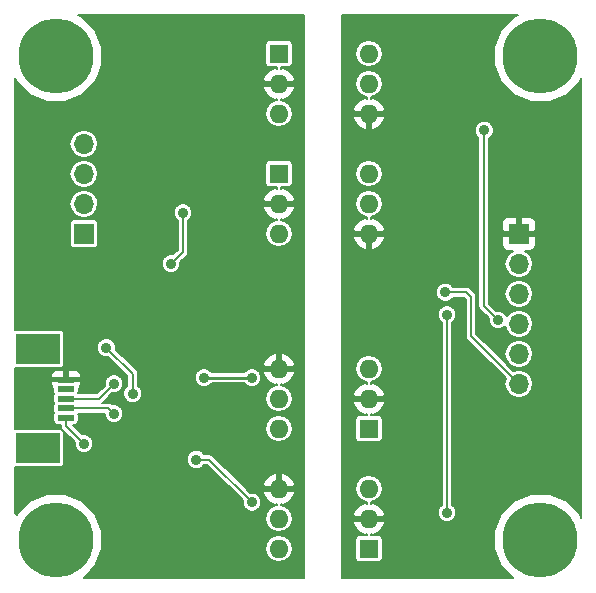
<source format=gbr>
G04 #@! TF.FileFunction,Copper,L2,Bot,Signal*
%FSLAX46Y46*%
G04 Gerber Fmt 4.6, Leading zero omitted, Abs format (unit mm)*
G04 Created by KiCad (PCBNEW 4.0.5) date 05/20/17 14:33:34*
%MOMM*%
%LPD*%
G01*
G04 APERTURE LIST*
%ADD10C,0.150000*%
%ADD11C,6.350000*%
%ADD12R,3.799840X2.499360*%
%ADD13R,1.399540X0.500380*%
%ADD14R,1.700000X1.700000*%
%ADD15O,1.700000X1.700000*%
%ADD16R,1.600000X1.600000*%
%ADD17O,1.600000X1.600000*%
%ADD18C,0.889000*%
%ADD19C,0.203200*%
%ADD20C,0.254000*%
G04 APERTURE END LIST*
D10*
D11*
X4000000Y-4000000D03*
X45000000Y-4000000D03*
X4000000Y-45000000D03*
X45000000Y-45000000D03*
D12*
X2430780Y-28818840D03*
X2430780Y-37221160D03*
D13*
X4831080Y-31419800D03*
X4831080Y-32219900D03*
X4831080Y-34620200D03*
X4831080Y-33820100D03*
X4831080Y-33020000D03*
D14*
X43180000Y-19050000D03*
D15*
X43180000Y-21590000D03*
X43180000Y-24130000D03*
X43180000Y-26670000D03*
X43180000Y-29210000D03*
X43180000Y-31750000D03*
D14*
X6350000Y-19050000D03*
D15*
X6350000Y-16510000D03*
X6350000Y-13970000D03*
X6350000Y-11430000D03*
D16*
X30480000Y-35560000D03*
D17*
X22860000Y-30480000D03*
X30480000Y-33020000D03*
X22860000Y-33020000D03*
X30480000Y-30480000D03*
X22860000Y-35560000D03*
D16*
X22860000Y-3810000D03*
D17*
X30480000Y-8890000D03*
X22860000Y-6350000D03*
X30480000Y-6350000D03*
X22860000Y-8890000D03*
X30480000Y-3810000D03*
D16*
X30480000Y-45720000D03*
D17*
X22860000Y-40640000D03*
X30480000Y-43180000D03*
X22860000Y-43180000D03*
X30480000Y-40640000D03*
X22860000Y-45720000D03*
D16*
X22860000Y-13970000D03*
D17*
X30480000Y-19050000D03*
X22860000Y-16510000D03*
X30480000Y-16510000D03*
X22860000Y-19050000D03*
X30480000Y-13970000D03*
D18*
X6350000Y-36830000D03*
X17843500Y-36893500D03*
X14033500Y-40640000D03*
X17653000Y-47053500D03*
X11049000Y-28829000D03*
X2540000Y-31750000D03*
X11938000Y-37084000D03*
X8890000Y-34290000D03*
X8890000Y-31750000D03*
X10477500Y-32575500D03*
X8255000Y-28702000D03*
X14732000Y-17272000D03*
X13716000Y-21590000D03*
X16510000Y-31242000D03*
X20574000Y-31242000D03*
X41402000Y-26352500D03*
X40259000Y-10287000D03*
X37084000Y-42672000D03*
X37084000Y-25908000D03*
X20574000Y-41783000D03*
X15875000Y-38163500D03*
X32500000Y-28000000D03*
X32500000Y-25500000D03*
X39116000Y-20574000D03*
X34290000Y-31496000D03*
X37846000Y-2286000D03*
X37719000Y-12446000D03*
X36957000Y-24003000D03*
D19*
X4831080Y-34620200D02*
X4831080Y-35311080D01*
X4831080Y-35311080D02*
X6350000Y-36830000D01*
X2870200Y-31419800D02*
X4831080Y-31419800D01*
X2540000Y-31750000D02*
X2870200Y-31419800D01*
X4831080Y-33820100D02*
X8420100Y-33820100D01*
X8420100Y-33820100D02*
X8890000Y-34290000D01*
X4831080Y-33020000D02*
X7620000Y-33020000D01*
X7620000Y-33020000D02*
X8890000Y-31750000D01*
X10477500Y-30924500D02*
X10477500Y-32575500D01*
X8255000Y-28702000D02*
X10477500Y-30924500D01*
X14732000Y-20574000D02*
X14732000Y-17272000D01*
X13716000Y-21590000D02*
X14732000Y-20574000D01*
D20*
X16510000Y-31242000D02*
X20574000Y-31242000D01*
D19*
X41402000Y-26352500D02*
X40195500Y-25146000D01*
X40195500Y-25146000D02*
X40195500Y-10350500D01*
X40195500Y-10350500D02*
X40259000Y-10287000D01*
X37084000Y-25908000D02*
X37084000Y-42672000D01*
X20574000Y-41783000D02*
X16954500Y-38163500D01*
X16954500Y-38163500D02*
X15875000Y-38163500D01*
X36957000Y-24003000D02*
X38735000Y-24003000D01*
X39116000Y-27686000D02*
X43180000Y-31750000D01*
X39116000Y-24384000D02*
X39116000Y-27686000D01*
X38735000Y-24003000D02*
X39116000Y-24384000D01*
G36*
X24984400Y-48168400D02*
X6362737Y-48168400D01*
X7314160Y-47218637D01*
X7910920Y-45781479D01*
X7910973Y-45720000D01*
X21681760Y-45720000D01*
X21769725Y-46162229D01*
X22020227Y-46537133D01*
X22395131Y-46787635D01*
X22837360Y-46875600D01*
X22882640Y-46875600D01*
X23324869Y-46787635D01*
X23699773Y-46537133D01*
X23950275Y-46162229D01*
X24038240Y-45720000D01*
X23950275Y-45277771D01*
X23699773Y-44902867D01*
X23324869Y-44652365D01*
X22882640Y-44564400D01*
X22837360Y-44564400D01*
X22395131Y-44652365D01*
X22020227Y-44902867D01*
X21769725Y-45277771D01*
X21681760Y-45720000D01*
X7910973Y-45720000D01*
X7912278Y-44225348D01*
X7318027Y-42787151D01*
X6218637Y-41685840D01*
X4781479Y-41089080D01*
X3225348Y-41087722D01*
X1787151Y-41681973D01*
X685840Y-42781363D01*
X640630Y-42890242D01*
X546100Y-42732692D01*
X546100Y-38833406D01*
X4330700Y-38833406D01*
X4462477Y-38808610D01*
X4583507Y-38730730D01*
X4664701Y-38611898D01*
X4693266Y-38470840D01*
X4693266Y-38321952D01*
X15074761Y-38321952D01*
X15196313Y-38616128D01*
X15421188Y-38841396D01*
X15715152Y-38963461D01*
X16033452Y-38963739D01*
X16327628Y-38842187D01*
X16549502Y-38620700D01*
X16765122Y-38620700D01*
X19774033Y-41629611D01*
X19773761Y-41941452D01*
X19895313Y-42235628D01*
X20120188Y-42460896D01*
X20414152Y-42582961D01*
X20732452Y-42583239D01*
X21026628Y-42461687D01*
X21251896Y-42236812D01*
X21373961Y-41942848D01*
X21374239Y-41624548D01*
X21252687Y-41330372D01*
X21027812Y-41105104D01*
X20798154Y-41009741D01*
X21499756Y-41009741D01*
X21636706Y-41340398D01*
X21997855Y-41755218D01*
X22490257Y-42000256D01*
X22707598Y-41888951D01*
X22707598Y-42049600D01*
X22710671Y-42049600D01*
X22395131Y-42112365D01*
X22020227Y-42362867D01*
X21769725Y-42737771D01*
X21681760Y-43180000D01*
X21769725Y-43622229D01*
X22020227Y-43997133D01*
X22395131Y-44247635D01*
X22837360Y-44335600D01*
X22882640Y-44335600D01*
X23324869Y-44247635D01*
X23699773Y-43997133D01*
X23950275Y-43622229D01*
X24038240Y-43180000D01*
X23950275Y-42737771D01*
X23699773Y-42362867D01*
X23324869Y-42112365D01*
X23009329Y-42049600D01*
X23012402Y-42049600D01*
X23012402Y-41888951D01*
X23229743Y-42000256D01*
X23722145Y-41755218D01*
X24083294Y-41340398D01*
X24220244Y-41009741D01*
X24107929Y-40792400D01*
X23012400Y-40792400D01*
X23012400Y-40812400D01*
X22707600Y-40812400D01*
X22707600Y-40792400D01*
X21612071Y-40792400D01*
X21499756Y-41009741D01*
X20798154Y-41009741D01*
X20733848Y-40983039D01*
X20420343Y-40982765D01*
X19707837Y-40270259D01*
X21499756Y-40270259D01*
X21612071Y-40487600D01*
X22707600Y-40487600D01*
X22707600Y-39391050D01*
X23012400Y-39391050D01*
X23012400Y-40487600D01*
X24107929Y-40487600D01*
X24220244Y-40270259D01*
X24083294Y-39939602D01*
X23722145Y-39524782D01*
X23229743Y-39279744D01*
X23012400Y-39391050D01*
X22707600Y-39391050D01*
X22490257Y-39279744D01*
X21997855Y-39524782D01*
X21636706Y-39939602D01*
X21499756Y-40270259D01*
X19707837Y-40270259D01*
X17277789Y-37840211D01*
X17129463Y-37741102D01*
X16954500Y-37706300D01*
X16549123Y-37706300D01*
X16328812Y-37485604D01*
X16034848Y-37363539D01*
X15716548Y-37363261D01*
X15422372Y-37484813D01*
X15197104Y-37709688D01*
X15075039Y-38003652D01*
X15074761Y-38321952D01*
X4693266Y-38321952D01*
X4693266Y-35971480D01*
X4668470Y-35839703D01*
X4590590Y-35718673D01*
X4471758Y-35637479D01*
X4330700Y-35608914D01*
X546100Y-35608914D01*
X546100Y-31697295D01*
X3521710Y-31697295D01*
X3521710Y-31791247D01*
X3614516Y-32015301D01*
X3768744Y-32169529D01*
X3768744Y-32470090D01*
X3793540Y-32601867D01*
X3804277Y-32618553D01*
X3797309Y-32628752D01*
X3768744Y-32769810D01*
X3768744Y-33270190D01*
X3793540Y-33401967D01*
X3804277Y-33418653D01*
X3797309Y-33428852D01*
X3768744Y-33569910D01*
X3768744Y-34070290D01*
X3793540Y-34202067D01*
X3804277Y-34218753D01*
X3797309Y-34228952D01*
X3768744Y-34370010D01*
X3768744Y-34870390D01*
X3793540Y-35002167D01*
X3871420Y-35123197D01*
X3990252Y-35204391D01*
X4131310Y-35232956D01*
X4373880Y-35232956D01*
X4373880Y-35311080D01*
X4408682Y-35486043D01*
X4507791Y-35634369D01*
X5550033Y-36676611D01*
X5549761Y-36988452D01*
X5671313Y-37282628D01*
X5896188Y-37507896D01*
X6190152Y-37629961D01*
X6508452Y-37630239D01*
X6802628Y-37508687D01*
X7027896Y-37283812D01*
X7149961Y-36989848D01*
X7150239Y-36671548D01*
X7028687Y-36377372D01*
X6803812Y-36152104D01*
X6509848Y-36030039D01*
X6196343Y-36029765D01*
X5726578Y-35560000D01*
X21681760Y-35560000D01*
X21769725Y-36002229D01*
X22020227Y-36377133D01*
X22395131Y-36627635D01*
X22837360Y-36715600D01*
X22882640Y-36715600D01*
X23324869Y-36627635D01*
X23699773Y-36377133D01*
X23950275Y-36002229D01*
X24038240Y-35560000D01*
X23950275Y-35117771D01*
X23699773Y-34742867D01*
X23324869Y-34492365D01*
X22882640Y-34404400D01*
X22837360Y-34404400D01*
X22395131Y-34492365D01*
X22020227Y-34742867D01*
X21769725Y-35117771D01*
X21681760Y-35560000D01*
X5726578Y-35560000D01*
X5399534Y-35232956D01*
X5530850Y-35232956D01*
X5662627Y-35208160D01*
X5783657Y-35130280D01*
X5864851Y-35011448D01*
X5893416Y-34870390D01*
X5893416Y-34370010D01*
X5875971Y-34277300D01*
X8089910Y-34277300D01*
X8089761Y-34448452D01*
X8211313Y-34742628D01*
X8436188Y-34967896D01*
X8730152Y-35089961D01*
X9048452Y-35090239D01*
X9342628Y-34968687D01*
X9567896Y-34743812D01*
X9689961Y-34449848D01*
X9690239Y-34131548D01*
X9568687Y-33837372D01*
X9343812Y-33612104D01*
X9049848Y-33490039D01*
X8732840Y-33489762D01*
X8595063Y-33397702D01*
X8420100Y-33362900D01*
X7913939Y-33362900D01*
X7943289Y-33343289D01*
X8736611Y-32549967D01*
X9048452Y-32550239D01*
X9342628Y-32428687D01*
X9567896Y-32203812D01*
X9689961Y-31909848D01*
X9690239Y-31591548D01*
X9568687Y-31297372D01*
X9343812Y-31072104D01*
X9049848Y-30950039D01*
X8731548Y-30949761D01*
X8437372Y-31071313D01*
X8212104Y-31296188D01*
X8090039Y-31590152D01*
X8089765Y-31903657D01*
X7430622Y-32562800D01*
X5874642Y-32562800D01*
X5893416Y-32470090D01*
X5893416Y-32169529D01*
X6047644Y-32015301D01*
X6140450Y-31791247D01*
X6140450Y-31697295D01*
X5988050Y-31544895D01*
X4983480Y-31544895D01*
X4983480Y-31592200D01*
X4678680Y-31592200D01*
X4678680Y-31544895D01*
X3674110Y-31544895D01*
X3521710Y-31697295D01*
X546100Y-31697295D01*
X546100Y-31048353D01*
X3521710Y-31048353D01*
X3521710Y-31142305D01*
X3674110Y-31294705D01*
X4678680Y-31294705D01*
X4678680Y-30712410D01*
X4983480Y-30712410D01*
X4983480Y-31294705D01*
X5988050Y-31294705D01*
X6140450Y-31142305D01*
X6140450Y-31048353D01*
X6047644Y-30824299D01*
X5876161Y-30652816D01*
X5652107Y-30560010D01*
X5135880Y-30560010D01*
X4983480Y-30712410D01*
X4678680Y-30712410D01*
X4526280Y-30560010D01*
X4010053Y-30560010D01*
X3785999Y-30652816D01*
X3614516Y-30824299D01*
X3521710Y-31048353D01*
X546100Y-31048353D01*
X546100Y-30431086D01*
X4330700Y-30431086D01*
X4462477Y-30406290D01*
X4583507Y-30328410D01*
X4664701Y-30209578D01*
X4693266Y-30068520D01*
X4693266Y-28860452D01*
X7454761Y-28860452D01*
X7576313Y-29154628D01*
X7801188Y-29379896D01*
X8095152Y-29501961D01*
X8408657Y-29502235D01*
X10020300Y-31113878D01*
X10020300Y-31901377D01*
X9799604Y-32121688D01*
X9677539Y-32415652D01*
X9677261Y-32733952D01*
X9798813Y-33028128D01*
X10023688Y-33253396D01*
X10317652Y-33375461D01*
X10635952Y-33375739D01*
X10930128Y-33254187D01*
X11155396Y-33029312D01*
X11277461Y-32735348D01*
X11277739Y-32417048D01*
X11156187Y-32122872D01*
X10934700Y-31900998D01*
X10934700Y-31400452D01*
X15709761Y-31400452D01*
X15831313Y-31694628D01*
X16056188Y-31919896D01*
X16350152Y-32041961D01*
X16668452Y-32042239D01*
X16962628Y-31920687D01*
X17159058Y-31724600D01*
X19925233Y-31724600D01*
X20120188Y-31919896D01*
X20414152Y-32041961D01*
X20732452Y-32042239D01*
X21026628Y-31920687D01*
X21251896Y-31695812D01*
X21373961Y-31401848D01*
X21374239Y-31083548D01*
X21277632Y-30849741D01*
X21499756Y-30849741D01*
X21636706Y-31180398D01*
X21997855Y-31595218D01*
X22490257Y-31840256D01*
X22707598Y-31728951D01*
X22707598Y-31889600D01*
X22710671Y-31889600D01*
X22395131Y-31952365D01*
X22020227Y-32202867D01*
X21769725Y-32577771D01*
X21681760Y-33020000D01*
X21769725Y-33462229D01*
X22020227Y-33837133D01*
X22395131Y-34087635D01*
X22837360Y-34175600D01*
X22882640Y-34175600D01*
X23324869Y-34087635D01*
X23699773Y-33837133D01*
X23950275Y-33462229D01*
X24038240Y-33020000D01*
X23950275Y-32577771D01*
X23699773Y-32202867D01*
X23324869Y-31952365D01*
X23009329Y-31889600D01*
X23012402Y-31889600D01*
X23012402Y-31728951D01*
X23229743Y-31840256D01*
X23722145Y-31595218D01*
X24083294Y-31180398D01*
X24220244Y-30849741D01*
X24107929Y-30632400D01*
X23012400Y-30632400D01*
X23012400Y-30652400D01*
X22707600Y-30652400D01*
X22707600Y-30632400D01*
X21612071Y-30632400D01*
X21499756Y-30849741D01*
X21277632Y-30849741D01*
X21252687Y-30789372D01*
X21027812Y-30564104D01*
X20733848Y-30442039D01*
X20415548Y-30441761D01*
X20121372Y-30563313D01*
X19924942Y-30759400D01*
X17158767Y-30759400D01*
X16963812Y-30564104D01*
X16669848Y-30442039D01*
X16351548Y-30441761D01*
X16057372Y-30563313D01*
X15832104Y-30788188D01*
X15710039Y-31082152D01*
X15709761Y-31400452D01*
X10934700Y-31400452D01*
X10934700Y-30924500D01*
X10899898Y-30749537D01*
X10800789Y-30601211D01*
X10309837Y-30110259D01*
X21499756Y-30110259D01*
X21612071Y-30327600D01*
X22707600Y-30327600D01*
X22707600Y-29231050D01*
X23012400Y-29231050D01*
X23012400Y-30327600D01*
X24107929Y-30327600D01*
X24220244Y-30110259D01*
X24083294Y-29779602D01*
X23722145Y-29364782D01*
X23229743Y-29119744D01*
X23012400Y-29231050D01*
X22707600Y-29231050D01*
X22490257Y-29119744D01*
X21997855Y-29364782D01*
X21636706Y-29779602D01*
X21499756Y-30110259D01*
X10309837Y-30110259D01*
X9054967Y-28855389D01*
X9055239Y-28543548D01*
X8933687Y-28249372D01*
X8708812Y-28024104D01*
X8414848Y-27902039D01*
X8096548Y-27901761D01*
X7802372Y-28023313D01*
X7577104Y-28248188D01*
X7455039Y-28542152D01*
X7454761Y-28860452D01*
X4693266Y-28860452D01*
X4693266Y-27569160D01*
X4668470Y-27437383D01*
X4590590Y-27316353D01*
X4471758Y-27235159D01*
X4330700Y-27206594D01*
X546100Y-27206594D01*
X546100Y-21748452D01*
X12915761Y-21748452D01*
X13037313Y-22042628D01*
X13262188Y-22267896D01*
X13556152Y-22389961D01*
X13874452Y-22390239D01*
X14168628Y-22268687D01*
X14393896Y-22043812D01*
X14515961Y-21749848D01*
X14516235Y-21436343D01*
X15055289Y-20897289D01*
X15154398Y-20748963D01*
X15189200Y-20574000D01*
X15189200Y-17946123D01*
X15409896Y-17725812D01*
X15531961Y-17431848D01*
X15532239Y-17113548D01*
X15435632Y-16879741D01*
X21499756Y-16879741D01*
X21636706Y-17210398D01*
X21997855Y-17625218D01*
X22490257Y-17870256D01*
X22707598Y-17758951D01*
X22707598Y-17919600D01*
X22710671Y-17919600D01*
X22395131Y-17982365D01*
X22020227Y-18232867D01*
X21769725Y-18607771D01*
X21681760Y-19050000D01*
X21769725Y-19492229D01*
X22020227Y-19867133D01*
X22395131Y-20117635D01*
X22837360Y-20205600D01*
X22882640Y-20205600D01*
X23324869Y-20117635D01*
X23699773Y-19867133D01*
X23950275Y-19492229D01*
X24038240Y-19050000D01*
X23950275Y-18607771D01*
X23699773Y-18232867D01*
X23324869Y-17982365D01*
X23009329Y-17919600D01*
X23012402Y-17919600D01*
X23012402Y-17758951D01*
X23229743Y-17870256D01*
X23722145Y-17625218D01*
X24083294Y-17210398D01*
X24220244Y-16879741D01*
X24107929Y-16662400D01*
X23012400Y-16662400D01*
X23012400Y-16682400D01*
X22707600Y-16682400D01*
X22707600Y-16662400D01*
X21612071Y-16662400D01*
X21499756Y-16879741D01*
X15435632Y-16879741D01*
X15410687Y-16819372D01*
X15185812Y-16594104D01*
X14891848Y-16472039D01*
X14573548Y-16471761D01*
X14279372Y-16593313D01*
X14054104Y-16818188D01*
X13932039Y-17112152D01*
X13931761Y-17430452D01*
X14053313Y-17724628D01*
X14274800Y-17946502D01*
X14274800Y-20384622D01*
X13869389Y-20790033D01*
X13557548Y-20789761D01*
X13263372Y-20911313D01*
X13038104Y-21136188D01*
X12916039Y-21430152D01*
X12915761Y-21748452D01*
X546100Y-21748452D01*
X546100Y-18200000D01*
X5137434Y-18200000D01*
X5137434Y-19900000D01*
X5162230Y-20031777D01*
X5240110Y-20152807D01*
X5358942Y-20234001D01*
X5500000Y-20262566D01*
X7200000Y-20262566D01*
X7331777Y-20237770D01*
X7452807Y-20159890D01*
X7534001Y-20041058D01*
X7562566Y-19900000D01*
X7562566Y-18200000D01*
X7537770Y-18068223D01*
X7459890Y-17947193D01*
X7341058Y-17865999D01*
X7200000Y-17837434D01*
X5500000Y-17837434D01*
X5368223Y-17862230D01*
X5247193Y-17940110D01*
X5165999Y-18058942D01*
X5137434Y-18200000D01*
X546100Y-18200000D01*
X546100Y-16510000D01*
X5120781Y-16510000D01*
X5212552Y-16971363D01*
X5473893Y-17362488D01*
X5865018Y-17623829D01*
X6326381Y-17715600D01*
X6373619Y-17715600D01*
X6834982Y-17623829D01*
X7226107Y-17362488D01*
X7487448Y-16971363D01*
X7579219Y-16510000D01*
X7505673Y-16140259D01*
X21499756Y-16140259D01*
X21612071Y-16357600D01*
X22707600Y-16357600D01*
X22707600Y-16337600D01*
X23012400Y-16337600D01*
X23012400Y-16357600D01*
X24107929Y-16357600D01*
X24220244Y-16140259D01*
X24083294Y-15809602D01*
X23722145Y-15394782D01*
X23229743Y-15149744D01*
X23012402Y-15261049D01*
X23012402Y-15132566D01*
X23660000Y-15132566D01*
X23791777Y-15107770D01*
X23912807Y-15029890D01*
X23994001Y-14911058D01*
X24022566Y-14770000D01*
X24022566Y-13170000D01*
X23997770Y-13038223D01*
X23919890Y-12917193D01*
X23801058Y-12835999D01*
X23660000Y-12807434D01*
X22060000Y-12807434D01*
X21928223Y-12832230D01*
X21807193Y-12910110D01*
X21725999Y-13028942D01*
X21697434Y-13170000D01*
X21697434Y-14770000D01*
X21722230Y-14901777D01*
X21800110Y-15022807D01*
X21918942Y-15104001D01*
X22060000Y-15132566D01*
X22707598Y-15132566D01*
X22707598Y-15261049D01*
X22490257Y-15149744D01*
X21997855Y-15394782D01*
X21636706Y-15809602D01*
X21499756Y-16140259D01*
X7505673Y-16140259D01*
X7487448Y-16048637D01*
X7226107Y-15657512D01*
X6834982Y-15396171D01*
X6373619Y-15304400D01*
X6326381Y-15304400D01*
X5865018Y-15396171D01*
X5473893Y-15657512D01*
X5212552Y-16048637D01*
X5120781Y-16510000D01*
X546100Y-16510000D01*
X546100Y-13970000D01*
X5120781Y-13970000D01*
X5212552Y-14431363D01*
X5473893Y-14822488D01*
X5865018Y-15083829D01*
X6326381Y-15175600D01*
X6373619Y-15175600D01*
X6834982Y-15083829D01*
X7226107Y-14822488D01*
X7487448Y-14431363D01*
X7579219Y-13970000D01*
X7487448Y-13508637D01*
X7226107Y-13117512D01*
X6834982Y-12856171D01*
X6373619Y-12764400D01*
X6326381Y-12764400D01*
X5865018Y-12856171D01*
X5473893Y-13117512D01*
X5212552Y-13508637D01*
X5120781Y-13970000D01*
X546100Y-13970000D01*
X546100Y-11430000D01*
X5120781Y-11430000D01*
X5212552Y-11891363D01*
X5473893Y-12282488D01*
X5865018Y-12543829D01*
X6326381Y-12635600D01*
X6373619Y-12635600D01*
X6834982Y-12543829D01*
X7226107Y-12282488D01*
X7487448Y-11891363D01*
X7579219Y-11430000D01*
X7487448Y-10968637D01*
X7226107Y-10577512D01*
X6834982Y-10316171D01*
X6373619Y-10224400D01*
X6326381Y-10224400D01*
X5865018Y-10316171D01*
X5473893Y-10577512D01*
X5212552Y-10968637D01*
X5120781Y-11430000D01*
X546100Y-11430000D01*
X546100Y-5884011D01*
X681973Y-6212849D01*
X1781363Y-7314160D01*
X3218521Y-7910920D01*
X4774652Y-7912278D01*
X6212849Y-7318027D01*
X6812180Y-6719741D01*
X21499756Y-6719741D01*
X21636706Y-7050398D01*
X21997855Y-7465218D01*
X22490257Y-7710256D01*
X22707598Y-7598951D01*
X22707598Y-7759600D01*
X22710671Y-7759600D01*
X22395131Y-7822365D01*
X22020227Y-8072867D01*
X21769725Y-8447771D01*
X21681760Y-8890000D01*
X21769725Y-9332229D01*
X22020227Y-9707133D01*
X22395131Y-9957635D01*
X22837360Y-10045600D01*
X22882640Y-10045600D01*
X23324869Y-9957635D01*
X23699773Y-9707133D01*
X23950275Y-9332229D01*
X24038240Y-8890000D01*
X23950275Y-8447771D01*
X23699773Y-8072867D01*
X23324869Y-7822365D01*
X23009329Y-7759600D01*
X23012402Y-7759600D01*
X23012402Y-7598951D01*
X23229743Y-7710256D01*
X23722145Y-7465218D01*
X24083294Y-7050398D01*
X24220244Y-6719741D01*
X24107929Y-6502400D01*
X23012400Y-6502400D01*
X23012400Y-6522400D01*
X22707600Y-6522400D01*
X22707600Y-6502400D01*
X21612071Y-6502400D01*
X21499756Y-6719741D01*
X6812180Y-6719741D01*
X7314160Y-6218637D01*
X7413143Y-5980259D01*
X21499756Y-5980259D01*
X21612071Y-6197600D01*
X22707600Y-6197600D01*
X22707600Y-6177600D01*
X23012400Y-6177600D01*
X23012400Y-6197600D01*
X24107929Y-6197600D01*
X24220244Y-5980259D01*
X24083294Y-5649602D01*
X23722145Y-5234782D01*
X23229743Y-4989744D01*
X23012402Y-5101049D01*
X23012402Y-4972566D01*
X23660000Y-4972566D01*
X23791777Y-4947770D01*
X23912807Y-4869890D01*
X23994001Y-4751058D01*
X24022566Y-4610000D01*
X24022566Y-3010000D01*
X23997770Y-2878223D01*
X23919890Y-2757193D01*
X23801058Y-2675999D01*
X23660000Y-2647434D01*
X22060000Y-2647434D01*
X21928223Y-2672230D01*
X21807193Y-2750110D01*
X21725999Y-2868942D01*
X21697434Y-3010000D01*
X21697434Y-4610000D01*
X21722230Y-4741777D01*
X21800110Y-4862807D01*
X21918942Y-4944001D01*
X22060000Y-4972566D01*
X22707598Y-4972566D01*
X22707598Y-5101049D01*
X22490257Y-4989744D01*
X21997855Y-5234782D01*
X21636706Y-5649602D01*
X21499756Y-5980259D01*
X7413143Y-5980259D01*
X7910920Y-4781479D01*
X7912278Y-3225348D01*
X7318027Y-1787151D01*
X6218637Y-685840D01*
X5882106Y-546100D01*
X24984400Y-546100D01*
X24984400Y-48168400D01*
X24984400Y-48168400D01*
G37*
X24984400Y-48168400D02*
X6362737Y-48168400D01*
X7314160Y-47218637D01*
X7910920Y-45781479D01*
X7910973Y-45720000D01*
X21681760Y-45720000D01*
X21769725Y-46162229D01*
X22020227Y-46537133D01*
X22395131Y-46787635D01*
X22837360Y-46875600D01*
X22882640Y-46875600D01*
X23324869Y-46787635D01*
X23699773Y-46537133D01*
X23950275Y-46162229D01*
X24038240Y-45720000D01*
X23950275Y-45277771D01*
X23699773Y-44902867D01*
X23324869Y-44652365D01*
X22882640Y-44564400D01*
X22837360Y-44564400D01*
X22395131Y-44652365D01*
X22020227Y-44902867D01*
X21769725Y-45277771D01*
X21681760Y-45720000D01*
X7910973Y-45720000D01*
X7912278Y-44225348D01*
X7318027Y-42787151D01*
X6218637Y-41685840D01*
X4781479Y-41089080D01*
X3225348Y-41087722D01*
X1787151Y-41681973D01*
X685840Y-42781363D01*
X640630Y-42890242D01*
X546100Y-42732692D01*
X546100Y-38833406D01*
X4330700Y-38833406D01*
X4462477Y-38808610D01*
X4583507Y-38730730D01*
X4664701Y-38611898D01*
X4693266Y-38470840D01*
X4693266Y-38321952D01*
X15074761Y-38321952D01*
X15196313Y-38616128D01*
X15421188Y-38841396D01*
X15715152Y-38963461D01*
X16033452Y-38963739D01*
X16327628Y-38842187D01*
X16549502Y-38620700D01*
X16765122Y-38620700D01*
X19774033Y-41629611D01*
X19773761Y-41941452D01*
X19895313Y-42235628D01*
X20120188Y-42460896D01*
X20414152Y-42582961D01*
X20732452Y-42583239D01*
X21026628Y-42461687D01*
X21251896Y-42236812D01*
X21373961Y-41942848D01*
X21374239Y-41624548D01*
X21252687Y-41330372D01*
X21027812Y-41105104D01*
X20798154Y-41009741D01*
X21499756Y-41009741D01*
X21636706Y-41340398D01*
X21997855Y-41755218D01*
X22490257Y-42000256D01*
X22707598Y-41888951D01*
X22707598Y-42049600D01*
X22710671Y-42049600D01*
X22395131Y-42112365D01*
X22020227Y-42362867D01*
X21769725Y-42737771D01*
X21681760Y-43180000D01*
X21769725Y-43622229D01*
X22020227Y-43997133D01*
X22395131Y-44247635D01*
X22837360Y-44335600D01*
X22882640Y-44335600D01*
X23324869Y-44247635D01*
X23699773Y-43997133D01*
X23950275Y-43622229D01*
X24038240Y-43180000D01*
X23950275Y-42737771D01*
X23699773Y-42362867D01*
X23324869Y-42112365D01*
X23009329Y-42049600D01*
X23012402Y-42049600D01*
X23012402Y-41888951D01*
X23229743Y-42000256D01*
X23722145Y-41755218D01*
X24083294Y-41340398D01*
X24220244Y-41009741D01*
X24107929Y-40792400D01*
X23012400Y-40792400D01*
X23012400Y-40812400D01*
X22707600Y-40812400D01*
X22707600Y-40792400D01*
X21612071Y-40792400D01*
X21499756Y-41009741D01*
X20798154Y-41009741D01*
X20733848Y-40983039D01*
X20420343Y-40982765D01*
X19707837Y-40270259D01*
X21499756Y-40270259D01*
X21612071Y-40487600D01*
X22707600Y-40487600D01*
X22707600Y-39391050D01*
X23012400Y-39391050D01*
X23012400Y-40487600D01*
X24107929Y-40487600D01*
X24220244Y-40270259D01*
X24083294Y-39939602D01*
X23722145Y-39524782D01*
X23229743Y-39279744D01*
X23012400Y-39391050D01*
X22707600Y-39391050D01*
X22490257Y-39279744D01*
X21997855Y-39524782D01*
X21636706Y-39939602D01*
X21499756Y-40270259D01*
X19707837Y-40270259D01*
X17277789Y-37840211D01*
X17129463Y-37741102D01*
X16954500Y-37706300D01*
X16549123Y-37706300D01*
X16328812Y-37485604D01*
X16034848Y-37363539D01*
X15716548Y-37363261D01*
X15422372Y-37484813D01*
X15197104Y-37709688D01*
X15075039Y-38003652D01*
X15074761Y-38321952D01*
X4693266Y-38321952D01*
X4693266Y-35971480D01*
X4668470Y-35839703D01*
X4590590Y-35718673D01*
X4471758Y-35637479D01*
X4330700Y-35608914D01*
X546100Y-35608914D01*
X546100Y-31697295D01*
X3521710Y-31697295D01*
X3521710Y-31791247D01*
X3614516Y-32015301D01*
X3768744Y-32169529D01*
X3768744Y-32470090D01*
X3793540Y-32601867D01*
X3804277Y-32618553D01*
X3797309Y-32628752D01*
X3768744Y-32769810D01*
X3768744Y-33270190D01*
X3793540Y-33401967D01*
X3804277Y-33418653D01*
X3797309Y-33428852D01*
X3768744Y-33569910D01*
X3768744Y-34070290D01*
X3793540Y-34202067D01*
X3804277Y-34218753D01*
X3797309Y-34228952D01*
X3768744Y-34370010D01*
X3768744Y-34870390D01*
X3793540Y-35002167D01*
X3871420Y-35123197D01*
X3990252Y-35204391D01*
X4131310Y-35232956D01*
X4373880Y-35232956D01*
X4373880Y-35311080D01*
X4408682Y-35486043D01*
X4507791Y-35634369D01*
X5550033Y-36676611D01*
X5549761Y-36988452D01*
X5671313Y-37282628D01*
X5896188Y-37507896D01*
X6190152Y-37629961D01*
X6508452Y-37630239D01*
X6802628Y-37508687D01*
X7027896Y-37283812D01*
X7149961Y-36989848D01*
X7150239Y-36671548D01*
X7028687Y-36377372D01*
X6803812Y-36152104D01*
X6509848Y-36030039D01*
X6196343Y-36029765D01*
X5726578Y-35560000D01*
X21681760Y-35560000D01*
X21769725Y-36002229D01*
X22020227Y-36377133D01*
X22395131Y-36627635D01*
X22837360Y-36715600D01*
X22882640Y-36715600D01*
X23324869Y-36627635D01*
X23699773Y-36377133D01*
X23950275Y-36002229D01*
X24038240Y-35560000D01*
X23950275Y-35117771D01*
X23699773Y-34742867D01*
X23324869Y-34492365D01*
X22882640Y-34404400D01*
X22837360Y-34404400D01*
X22395131Y-34492365D01*
X22020227Y-34742867D01*
X21769725Y-35117771D01*
X21681760Y-35560000D01*
X5726578Y-35560000D01*
X5399534Y-35232956D01*
X5530850Y-35232956D01*
X5662627Y-35208160D01*
X5783657Y-35130280D01*
X5864851Y-35011448D01*
X5893416Y-34870390D01*
X5893416Y-34370010D01*
X5875971Y-34277300D01*
X8089910Y-34277300D01*
X8089761Y-34448452D01*
X8211313Y-34742628D01*
X8436188Y-34967896D01*
X8730152Y-35089961D01*
X9048452Y-35090239D01*
X9342628Y-34968687D01*
X9567896Y-34743812D01*
X9689961Y-34449848D01*
X9690239Y-34131548D01*
X9568687Y-33837372D01*
X9343812Y-33612104D01*
X9049848Y-33490039D01*
X8732840Y-33489762D01*
X8595063Y-33397702D01*
X8420100Y-33362900D01*
X7913939Y-33362900D01*
X7943289Y-33343289D01*
X8736611Y-32549967D01*
X9048452Y-32550239D01*
X9342628Y-32428687D01*
X9567896Y-32203812D01*
X9689961Y-31909848D01*
X9690239Y-31591548D01*
X9568687Y-31297372D01*
X9343812Y-31072104D01*
X9049848Y-30950039D01*
X8731548Y-30949761D01*
X8437372Y-31071313D01*
X8212104Y-31296188D01*
X8090039Y-31590152D01*
X8089765Y-31903657D01*
X7430622Y-32562800D01*
X5874642Y-32562800D01*
X5893416Y-32470090D01*
X5893416Y-32169529D01*
X6047644Y-32015301D01*
X6140450Y-31791247D01*
X6140450Y-31697295D01*
X5988050Y-31544895D01*
X4983480Y-31544895D01*
X4983480Y-31592200D01*
X4678680Y-31592200D01*
X4678680Y-31544895D01*
X3674110Y-31544895D01*
X3521710Y-31697295D01*
X546100Y-31697295D01*
X546100Y-31048353D01*
X3521710Y-31048353D01*
X3521710Y-31142305D01*
X3674110Y-31294705D01*
X4678680Y-31294705D01*
X4678680Y-30712410D01*
X4983480Y-30712410D01*
X4983480Y-31294705D01*
X5988050Y-31294705D01*
X6140450Y-31142305D01*
X6140450Y-31048353D01*
X6047644Y-30824299D01*
X5876161Y-30652816D01*
X5652107Y-30560010D01*
X5135880Y-30560010D01*
X4983480Y-30712410D01*
X4678680Y-30712410D01*
X4526280Y-30560010D01*
X4010053Y-30560010D01*
X3785999Y-30652816D01*
X3614516Y-30824299D01*
X3521710Y-31048353D01*
X546100Y-31048353D01*
X546100Y-30431086D01*
X4330700Y-30431086D01*
X4462477Y-30406290D01*
X4583507Y-30328410D01*
X4664701Y-30209578D01*
X4693266Y-30068520D01*
X4693266Y-28860452D01*
X7454761Y-28860452D01*
X7576313Y-29154628D01*
X7801188Y-29379896D01*
X8095152Y-29501961D01*
X8408657Y-29502235D01*
X10020300Y-31113878D01*
X10020300Y-31901377D01*
X9799604Y-32121688D01*
X9677539Y-32415652D01*
X9677261Y-32733952D01*
X9798813Y-33028128D01*
X10023688Y-33253396D01*
X10317652Y-33375461D01*
X10635952Y-33375739D01*
X10930128Y-33254187D01*
X11155396Y-33029312D01*
X11277461Y-32735348D01*
X11277739Y-32417048D01*
X11156187Y-32122872D01*
X10934700Y-31900998D01*
X10934700Y-31400452D01*
X15709761Y-31400452D01*
X15831313Y-31694628D01*
X16056188Y-31919896D01*
X16350152Y-32041961D01*
X16668452Y-32042239D01*
X16962628Y-31920687D01*
X17159058Y-31724600D01*
X19925233Y-31724600D01*
X20120188Y-31919896D01*
X20414152Y-32041961D01*
X20732452Y-32042239D01*
X21026628Y-31920687D01*
X21251896Y-31695812D01*
X21373961Y-31401848D01*
X21374239Y-31083548D01*
X21277632Y-30849741D01*
X21499756Y-30849741D01*
X21636706Y-31180398D01*
X21997855Y-31595218D01*
X22490257Y-31840256D01*
X22707598Y-31728951D01*
X22707598Y-31889600D01*
X22710671Y-31889600D01*
X22395131Y-31952365D01*
X22020227Y-32202867D01*
X21769725Y-32577771D01*
X21681760Y-33020000D01*
X21769725Y-33462229D01*
X22020227Y-33837133D01*
X22395131Y-34087635D01*
X22837360Y-34175600D01*
X22882640Y-34175600D01*
X23324869Y-34087635D01*
X23699773Y-33837133D01*
X23950275Y-33462229D01*
X24038240Y-33020000D01*
X23950275Y-32577771D01*
X23699773Y-32202867D01*
X23324869Y-31952365D01*
X23009329Y-31889600D01*
X23012402Y-31889600D01*
X23012402Y-31728951D01*
X23229743Y-31840256D01*
X23722145Y-31595218D01*
X24083294Y-31180398D01*
X24220244Y-30849741D01*
X24107929Y-30632400D01*
X23012400Y-30632400D01*
X23012400Y-30652400D01*
X22707600Y-30652400D01*
X22707600Y-30632400D01*
X21612071Y-30632400D01*
X21499756Y-30849741D01*
X21277632Y-30849741D01*
X21252687Y-30789372D01*
X21027812Y-30564104D01*
X20733848Y-30442039D01*
X20415548Y-30441761D01*
X20121372Y-30563313D01*
X19924942Y-30759400D01*
X17158767Y-30759400D01*
X16963812Y-30564104D01*
X16669848Y-30442039D01*
X16351548Y-30441761D01*
X16057372Y-30563313D01*
X15832104Y-30788188D01*
X15710039Y-31082152D01*
X15709761Y-31400452D01*
X10934700Y-31400452D01*
X10934700Y-30924500D01*
X10899898Y-30749537D01*
X10800789Y-30601211D01*
X10309837Y-30110259D01*
X21499756Y-30110259D01*
X21612071Y-30327600D01*
X22707600Y-30327600D01*
X22707600Y-29231050D01*
X23012400Y-29231050D01*
X23012400Y-30327600D01*
X24107929Y-30327600D01*
X24220244Y-30110259D01*
X24083294Y-29779602D01*
X23722145Y-29364782D01*
X23229743Y-29119744D01*
X23012400Y-29231050D01*
X22707600Y-29231050D01*
X22490257Y-29119744D01*
X21997855Y-29364782D01*
X21636706Y-29779602D01*
X21499756Y-30110259D01*
X10309837Y-30110259D01*
X9054967Y-28855389D01*
X9055239Y-28543548D01*
X8933687Y-28249372D01*
X8708812Y-28024104D01*
X8414848Y-27902039D01*
X8096548Y-27901761D01*
X7802372Y-28023313D01*
X7577104Y-28248188D01*
X7455039Y-28542152D01*
X7454761Y-28860452D01*
X4693266Y-28860452D01*
X4693266Y-27569160D01*
X4668470Y-27437383D01*
X4590590Y-27316353D01*
X4471758Y-27235159D01*
X4330700Y-27206594D01*
X546100Y-27206594D01*
X546100Y-21748452D01*
X12915761Y-21748452D01*
X13037313Y-22042628D01*
X13262188Y-22267896D01*
X13556152Y-22389961D01*
X13874452Y-22390239D01*
X14168628Y-22268687D01*
X14393896Y-22043812D01*
X14515961Y-21749848D01*
X14516235Y-21436343D01*
X15055289Y-20897289D01*
X15154398Y-20748963D01*
X15189200Y-20574000D01*
X15189200Y-17946123D01*
X15409896Y-17725812D01*
X15531961Y-17431848D01*
X15532239Y-17113548D01*
X15435632Y-16879741D01*
X21499756Y-16879741D01*
X21636706Y-17210398D01*
X21997855Y-17625218D01*
X22490257Y-17870256D01*
X22707598Y-17758951D01*
X22707598Y-17919600D01*
X22710671Y-17919600D01*
X22395131Y-17982365D01*
X22020227Y-18232867D01*
X21769725Y-18607771D01*
X21681760Y-19050000D01*
X21769725Y-19492229D01*
X22020227Y-19867133D01*
X22395131Y-20117635D01*
X22837360Y-20205600D01*
X22882640Y-20205600D01*
X23324869Y-20117635D01*
X23699773Y-19867133D01*
X23950275Y-19492229D01*
X24038240Y-19050000D01*
X23950275Y-18607771D01*
X23699773Y-18232867D01*
X23324869Y-17982365D01*
X23009329Y-17919600D01*
X23012402Y-17919600D01*
X23012402Y-17758951D01*
X23229743Y-17870256D01*
X23722145Y-17625218D01*
X24083294Y-17210398D01*
X24220244Y-16879741D01*
X24107929Y-16662400D01*
X23012400Y-16662400D01*
X23012400Y-16682400D01*
X22707600Y-16682400D01*
X22707600Y-16662400D01*
X21612071Y-16662400D01*
X21499756Y-16879741D01*
X15435632Y-16879741D01*
X15410687Y-16819372D01*
X15185812Y-16594104D01*
X14891848Y-16472039D01*
X14573548Y-16471761D01*
X14279372Y-16593313D01*
X14054104Y-16818188D01*
X13932039Y-17112152D01*
X13931761Y-17430452D01*
X14053313Y-17724628D01*
X14274800Y-17946502D01*
X14274800Y-20384622D01*
X13869389Y-20790033D01*
X13557548Y-20789761D01*
X13263372Y-20911313D01*
X13038104Y-21136188D01*
X12916039Y-21430152D01*
X12915761Y-21748452D01*
X546100Y-21748452D01*
X546100Y-18200000D01*
X5137434Y-18200000D01*
X5137434Y-19900000D01*
X5162230Y-20031777D01*
X5240110Y-20152807D01*
X5358942Y-20234001D01*
X5500000Y-20262566D01*
X7200000Y-20262566D01*
X7331777Y-20237770D01*
X7452807Y-20159890D01*
X7534001Y-20041058D01*
X7562566Y-19900000D01*
X7562566Y-18200000D01*
X7537770Y-18068223D01*
X7459890Y-17947193D01*
X7341058Y-17865999D01*
X7200000Y-17837434D01*
X5500000Y-17837434D01*
X5368223Y-17862230D01*
X5247193Y-17940110D01*
X5165999Y-18058942D01*
X5137434Y-18200000D01*
X546100Y-18200000D01*
X546100Y-16510000D01*
X5120781Y-16510000D01*
X5212552Y-16971363D01*
X5473893Y-17362488D01*
X5865018Y-17623829D01*
X6326381Y-17715600D01*
X6373619Y-17715600D01*
X6834982Y-17623829D01*
X7226107Y-17362488D01*
X7487448Y-16971363D01*
X7579219Y-16510000D01*
X7505673Y-16140259D01*
X21499756Y-16140259D01*
X21612071Y-16357600D01*
X22707600Y-16357600D01*
X22707600Y-16337600D01*
X23012400Y-16337600D01*
X23012400Y-16357600D01*
X24107929Y-16357600D01*
X24220244Y-16140259D01*
X24083294Y-15809602D01*
X23722145Y-15394782D01*
X23229743Y-15149744D01*
X23012402Y-15261049D01*
X23012402Y-15132566D01*
X23660000Y-15132566D01*
X23791777Y-15107770D01*
X23912807Y-15029890D01*
X23994001Y-14911058D01*
X24022566Y-14770000D01*
X24022566Y-13170000D01*
X23997770Y-13038223D01*
X23919890Y-12917193D01*
X23801058Y-12835999D01*
X23660000Y-12807434D01*
X22060000Y-12807434D01*
X21928223Y-12832230D01*
X21807193Y-12910110D01*
X21725999Y-13028942D01*
X21697434Y-13170000D01*
X21697434Y-14770000D01*
X21722230Y-14901777D01*
X21800110Y-15022807D01*
X21918942Y-15104001D01*
X22060000Y-15132566D01*
X22707598Y-15132566D01*
X22707598Y-15261049D01*
X22490257Y-15149744D01*
X21997855Y-15394782D01*
X21636706Y-15809602D01*
X21499756Y-16140259D01*
X7505673Y-16140259D01*
X7487448Y-16048637D01*
X7226107Y-15657512D01*
X6834982Y-15396171D01*
X6373619Y-15304400D01*
X6326381Y-15304400D01*
X5865018Y-15396171D01*
X5473893Y-15657512D01*
X5212552Y-16048637D01*
X5120781Y-16510000D01*
X546100Y-16510000D01*
X546100Y-13970000D01*
X5120781Y-13970000D01*
X5212552Y-14431363D01*
X5473893Y-14822488D01*
X5865018Y-15083829D01*
X6326381Y-15175600D01*
X6373619Y-15175600D01*
X6834982Y-15083829D01*
X7226107Y-14822488D01*
X7487448Y-14431363D01*
X7579219Y-13970000D01*
X7487448Y-13508637D01*
X7226107Y-13117512D01*
X6834982Y-12856171D01*
X6373619Y-12764400D01*
X6326381Y-12764400D01*
X5865018Y-12856171D01*
X5473893Y-13117512D01*
X5212552Y-13508637D01*
X5120781Y-13970000D01*
X546100Y-13970000D01*
X546100Y-11430000D01*
X5120781Y-11430000D01*
X5212552Y-11891363D01*
X5473893Y-12282488D01*
X5865018Y-12543829D01*
X6326381Y-12635600D01*
X6373619Y-12635600D01*
X6834982Y-12543829D01*
X7226107Y-12282488D01*
X7487448Y-11891363D01*
X7579219Y-11430000D01*
X7487448Y-10968637D01*
X7226107Y-10577512D01*
X6834982Y-10316171D01*
X6373619Y-10224400D01*
X6326381Y-10224400D01*
X5865018Y-10316171D01*
X5473893Y-10577512D01*
X5212552Y-10968637D01*
X5120781Y-11430000D01*
X546100Y-11430000D01*
X546100Y-5884011D01*
X681973Y-6212849D01*
X1781363Y-7314160D01*
X3218521Y-7910920D01*
X4774652Y-7912278D01*
X6212849Y-7318027D01*
X6812180Y-6719741D01*
X21499756Y-6719741D01*
X21636706Y-7050398D01*
X21997855Y-7465218D01*
X22490257Y-7710256D01*
X22707598Y-7598951D01*
X22707598Y-7759600D01*
X22710671Y-7759600D01*
X22395131Y-7822365D01*
X22020227Y-8072867D01*
X21769725Y-8447771D01*
X21681760Y-8890000D01*
X21769725Y-9332229D01*
X22020227Y-9707133D01*
X22395131Y-9957635D01*
X22837360Y-10045600D01*
X22882640Y-10045600D01*
X23324869Y-9957635D01*
X23699773Y-9707133D01*
X23950275Y-9332229D01*
X24038240Y-8890000D01*
X23950275Y-8447771D01*
X23699773Y-8072867D01*
X23324869Y-7822365D01*
X23009329Y-7759600D01*
X23012402Y-7759600D01*
X23012402Y-7598951D01*
X23229743Y-7710256D01*
X23722145Y-7465218D01*
X24083294Y-7050398D01*
X24220244Y-6719741D01*
X24107929Y-6502400D01*
X23012400Y-6502400D01*
X23012400Y-6522400D01*
X22707600Y-6522400D01*
X22707600Y-6502400D01*
X21612071Y-6502400D01*
X21499756Y-6719741D01*
X6812180Y-6719741D01*
X7314160Y-6218637D01*
X7413143Y-5980259D01*
X21499756Y-5980259D01*
X21612071Y-6197600D01*
X22707600Y-6197600D01*
X22707600Y-6177600D01*
X23012400Y-6177600D01*
X23012400Y-6197600D01*
X24107929Y-6197600D01*
X24220244Y-5980259D01*
X24083294Y-5649602D01*
X23722145Y-5234782D01*
X23229743Y-4989744D01*
X23012402Y-5101049D01*
X23012402Y-4972566D01*
X23660000Y-4972566D01*
X23791777Y-4947770D01*
X23912807Y-4869890D01*
X23994001Y-4751058D01*
X24022566Y-4610000D01*
X24022566Y-3010000D01*
X23997770Y-2878223D01*
X23919890Y-2757193D01*
X23801058Y-2675999D01*
X23660000Y-2647434D01*
X22060000Y-2647434D01*
X21928223Y-2672230D01*
X21807193Y-2750110D01*
X21725999Y-2868942D01*
X21697434Y-3010000D01*
X21697434Y-4610000D01*
X21722230Y-4741777D01*
X21800110Y-4862807D01*
X21918942Y-4944001D01*
X22060000Y-4972566D01*
X22707598Y-4972566D01*
X22707598Y-5101049D01*
X22490257Y-4989744D01*
X21997855Y-5234782D01*
X21636706Y-5649602D01*
X21499756Y-5980259D01*
X7413143Y-5980259D01*
X7910920Y-4781479D01*
X7912278Y-3225348D01*
X7318027Y-1787151D01*
X6218637Y-685840D01*
X5882106Y-546100D01*
X24984400Y-546100D01*
X24984400Y-48168400D01*
G36*
X42787151Y-681973D02*
X41685840Y-1781363D01*
X41089080Y-3218521D01*
X41087722Y-4774652D01*
X41681973Y-6212849D01*
X42781363Y-7314160D01*
X44218521Y-7910920D01*
X45774652Y-7912278D01*
X47212849Y-7318027D01*
X48314160Y-6218637D01*
X48453900Y-5882106D01*
X48453900Y-43115989D01*
X48318027Y-42787151D01*
X47218637Y-41685840D01*
X45781479Y-41089080D01*
X44225348Y-41087722D01*
X42787151Y-41681973D01*
X41685840Y-42781363D01*
X41089080Y-44218521D01*
X41087722Y-45774652D01*
X41681973Y-47212849D01*
X42635857Y-48168400D01*
X28235600Y-48168400D01*
X28235600Y-43549741D01*
X29119756Y-43549741D01*
X29256706Y-43880398D01*
X29617855Y-44295218D01*
X30110257Y-44540256D01*
X30327598Y-44428951D01*
X30327598Y-44557434D01*
X29680000Y-44557434D01*
X29548223Y-44582230D01*
X29427193Y-44660110D01*
X29345999Y-44778942D01*
X29317434Y-44920000D01*
X29317434Y-46520000D01*
X29342230Y-46651777D01*
X29420110Y-46772807D01*
X29538942Y-46854001D01*
X29680000Y-46882566D01*
X31280000Y-46882566D01*
X31411777Y-46857770D01*
X31532807Y-46779890D01*
X31614001Y-46661058D01*
X31642566Y-46520000D01*
X31642566Y-44920000D01*
X31617770Y-44788223D01*
X31539890Y-44667193D01*
X31421058Y-44585999D01*
X31280000Y-44557434D01*
X30632402Y-44557434D01*
X30632402Y-44428951D01*
X30849743Y-44540256D01*
X31342145Y-44295218D01*
X31703294Y-43880398D01*
X31840244Y-43549741D01*
X31727929Y-43332400D01*
X30632400Y-43332400D01*
X30632400Y-43352400D01*
X30327600Y-43352400D01*
X30327600Y-43332400D01*
X29232071Y-43332400D01*
X29119756Y-43549741D01*
X28235600Y-43549741D01*
X28235600Y-42810259D01*
X29119756Y-42810259D01*
X29232071Y-43027600D01*
X30327600Y-43027600D01*
X30327600Y-43007600D01*
X30632400Y-43007600D01*
X30632400Y-43027600D01*
X31727929Y-43027600D01*
X31840244Y-42810259D01*
X31703294Y-42479602D01*
X31342145Y-42064782D01*
X30849743Y-41819744D01*
X30632402Y-41931049D01*
X30632402Y-41770400D01*
X30629329Y-41770400D01*
X30944869Y-41707635D01*
X31319773Y-41457133D01*
X31570275Y-41082229D01*
X31658240Y-40640000D01*
X31570275Y-40197771D01*
X31319773Y-39822867D01*
X30944869Y-39572365D01*
X30502640Y-39484400D01*
X30457360Y-39484400D01*
X30015131Y-39572365D01*
X29640227Y-39822867D01*
X29389725Y-40197771D01*
X29301760Y-40640000D01*
X29389725Y-41082229D01*
X29640227Y-41457133D01*
X30015131Y-41707635D01*
X30330671Y-41770400D01*
X30327598Y-41770400D01*
X30327598Y-41931049D01*
X30110257Y-41819744D01*
X29617855Y-42064782D01*
X29256706Y-42479602D01*
X29119756Y-42810259D01*
X28235600Y-42810259D01*
X28235600Y-33389741D01*
X29119756Y-33389741D01*
X29256706Y-33720398D01*
X29617855Y-34135218D01*
X30110257Y-34380256D01*
X30327598Y-34268951D01*
X30327598Y-34397434D01*
X29680000Y-34397434D01*
X29548223Y-34422230D01*
X29427193Y-34500110D01*
X29345999Y-34618942D01*
X29317434Y-34760000D01*
X29317434Y-36360000D01*
X29342230Y-36491777D01*
X29420110Y-36612807D01*
X29538942Y-36694001D01*
X29680000Y-36722566D01*
X31280000Y-36722566D01*
X31411777Y-36697770D01*
X31532807Y-36619890D01*
X31614001Y-36501058D01*
X31642566Y-36360000D01*
X31642566Y-34760000D01*
X31617770Y-34628223D01*
X31539890Y-34507193D01*
X31421058Y-34425999D01*
X31280000Y-34397434D01*
X30632402Y-34397434D01*
X30632402Y-34268951D01*
X30849743Y-34380256D01*
X31342145Y-34135218D01*
X31703294Y-33720398D01*
X31840244Y-33389741D01*
X31727929Y-33172400D01*
X30632400Y-33172400D01*
X30632400Y-33192400D01*
X30327600Y-33192400D01*
X30327600Y-33172400D01*
X29232071Y-33172400D01*
X29119756Y-33389741D01*
X28235600Y-33389741D01*
X28235600Y-32650259D01*
X29119756Y-32650259D01*
X29232071Y-32867600D01*
X30327600Y-32867600D01*
X30327600Y-32847600D01*
X30632400Y-32847600D01*
X30632400Y-32867600D01*
X31727929Y-32867600D01*
X31840244Y-32650259D01*
X31703294Y-32319602D01*
X31342145Y-31904782D01*
X30849743Y-31659744D01*
X30632402Y-31771049D01*
X30632402Y-31610400D01*
X30629329Y-31610400D01*
X30944869Y-31547635D01*
X31319773Y-31297133D01*
X31570275Y-30922229D01*
X31658240Y-30480000D01*
X31570275Y-30037771D01*
X31319773Y-29662867D01*
X30944869Y-29412365D01*
X30502640Y-29324400D01*
X30457360Y-29324400D01*
X30015131Y-29412365D01*
X29640227Y-29662867D01*
X29389725Y-30037771D01*
X29301760Y-30480000D01*
X29389725Y-30922229D01*
X29640227Y-31297133D01*
X30015131Y-31547635D01*
X30330671Y-31610400D01*
X30327598Y-31610400D01*
X30327598Y-31771049D01*
X30110257Y-31659744D01*
X29617855Y-31904782D01*
X29256706Y-32319602D01*
X29119756Y-32650259D01*
X28235600Y-32650259D01*
X28235600Y-26066452D01*
X36283761Y-26066452D01*
X36405313Y-26360628D01*
X36626800Y-26582502D01*
X36626800Y-41997877D01*
X36406104Y-42218188D01*
X36284039Y-42512152D01*
X36283761Y-42830452D01*
X36405313Y-43124628D01*
X36630188Y-43349896D01*
X36924152Y-43471961D01*
X37242452Y-43472239D01*
X37536628Y-43350687D01*
X37761896Y-43125812D01*
X37883961Y-42831848D01*
X37884239Y-42513548D01*
X37762687Y-42219372D01*
X37541200Y-41997498D01*
X37541200Y-26582123D01*
X37761896Y-26361812D01*
X37883961Y-26067848D01*
X37884239Y-25749548D01*
X37762687Y-25455372D01*
X37537812Y-25230104D01*
X37243848Y-25108039D01*
X36925548Y-25107761D01*
X36631372Y-25229313D01*
X36406104Y-25454188D01*
X36284039Y-25748152D01*
X36283761Y-26066452D01*
X28235600Y-26066452D01*
X28235600Y-24161452D01*
X36156761Y-24161452D01*
X36278313Y-24455628D01*
X36503188Y-24680896D01*
X36797152Y-24802961D01*
X37115452Y-24803239D01*
X37409628Y-24681687D01*
X37631502Y-24460200D01*
X38545622Y-24460200D01*
X38658800Y-24573378D01*
X38658800Y-27686000D01*
X38693602Y-27860963D01*
X38792711Y-28009289D01*
X42054371Y-31270949D01*
X42042552Y-31288637D01*
X41950781Y-31750000D01*
X42042552Y-32211363D01*
X42303893Y-32602488D01*
X42695018Y-32863829D01*
X43156381Y-32955600D01*
X43203619Y-32955600D01*
X43664982Y-32863829D01*
X44056107Y-32602488D01*
X44317448Y-32211363D01*
X44409219Y-31750000D01*
X44317448Y-31288637D01*
X44056107Y-30897512D01*
X43664982Y-30636171D01*
X43203619Y-30544400D01*
X43156381Y-30544400D01*
X42709807Y-30633229D01*
X41286578Y-29210000D01*
X41950781Y-29210000D01*
X42042552Y-29671363D01*
X42303893Y-30062488D01*
X42695018Y-30323829D01*
X43156381Y-30415600D01*
X43203619Y-30415600D01*
X43664982Y-30323829D01*
X44056107Y-30062488D01*
X44317448Y-29671363D01*
X44409219Y-29210000D01*
X44317448Y-28748637D01*
X44056107Y-28357512D01*
X43664982Y-28096171D01*
X43203619Y-28004400D01*
X43156381Y-28004400D01*
X42695018Y-28096171D01*
X42303893Y-28357512D01*
X42042552Y-28748637D01*
X41950781Y-29210000D01*
X41286578Y-29210000D01*
X39573200Y-27496622D01*
X39573200Y-24384000D01*
X39538398Y-24209037D01*
X39439289Y-24060711D01*
X39058289Y-23679711D01*
X38909963Y-23580602D01*
X38735000Y-23545800D01*
X37631123Y-23545800D01*
X37410812Y-23325104D01*
X37116848Y-23203039D01*
X36798548Y-23202761D01*
X36504372Y-23324313D01*
X36279104Y-23549188D01*
X36157039Y-23843152D01*
X36156761Y-24161452D01*
X28235600Y-24161452D01*
X28235600Y-19419741D01*
X29119756Y-19419741D01*
X29256706Y-19750398D01*
X29617855Y-20165218D01*
X30110257Y-20410256D01*
X30327600Y-20298950D01*
X30327600Y-19202400D01*
X30632400Y-19202400D01*
X30632400Y-20298950D01*
X30849743Y-20410256D01*
X31342145Y-20165218D01*
X31703294Y-19750398D01*
X31840244Y-19419741D01*
X31727929Y-19202400D01*
X30632400Y-19202400D01*
X30327600Y-19202400D01*
X29232071Y-19202400D01*
X29119756Y-19419741D01*
X28235600Y-19419741D01*
X28235600Y-18680259D01*
X29119756Y-18680259D01*
X29232071Y-18897600D01*
X30327600Y-18897600D01*
X30327600Y-18877600D01*
X30632400Y-18877600D01*
X30632400Y-18897600D01*
X31727929Y-18897600D01*
X31840244Y-18680259D01*
X31703294Y-18349602D01*
X31342145Y-17934782D01*
X30849743Y-17689744D01*
X30632402Y-17801049D01*
X30632402Y-17640400D01*
X30629329Y-17640400D01*
X30944869Y-17577635D01*
X31319773Y-17327133D01*
X31570275Y-16952229D01*
X31658240Y-16510000D01*
X31570275Y-16067771D01*
X31319773Y-15692867D01*
X30944869Y-15442365D01*
X30502640Y-15354400D01*
X30457360Y-15354400D01*
X30015131Y-15442365D01*
X29640227Y-15692867D01*
X29389725Y-16067771D01*
X29301760Y-16510000D01*
X29389725Y-16952229D01*
X29640227Y-17327133D01*
X30015131Y-17577635D01*
X30330671Y-17640400D01*
X30327598Y-17640400D01*
X30327598Y-17801049D01*
X30110257Y-17689744D01*
X29617855Y-17934782D01*
X29256706Y-18349602D01*
X29119756Y-18680259D01*
X28235600Y-18680259D01*
X28235600Y-13970000D01*
X29301760Y-13970000D01*
X29389725Y-14412229D01*
X29640227Y-14787133D01*
X30015131Y-15037635D01*
X30457360Y-15125600D01*
X30502640Y-15125600D01*
X30944869Y-15037635D01*
X31319773Y-14787133D01*
X31570275Y-14412229D01*
X31658240Y-13970000D01*
X31570275Y-13527771D01*
X31319773Y-13152867D01*
X30944869Y-12902365D01*
X30502640Y-12814400D01*
X30457360Y-12814400D01*
X30015131Y-12902365D01*
X29640227Y-13152867D01*
X29389725Y-13527771D01*
X29301760Y-13970000D01*
X28235600Y-13970000D01*
X28235600Y-10445452D01*
X39458761Y-10445452D01*
X39580313Y-10739628D01*
X39738300Y-10897891D01*
X39738300Y-25146000D01*
X39773102Y-25320963D01*
X39872211Y-25469289D01*
X40602033Y-26199111D01*
X40601761Y-26510952D01*
X40723313Y-26805128D01*
X40948188Y-27030396D01*
X41242152Y-27152461D01*
X41560452Y-27152739D01*
X41854628Y-27031187D01*
X41994794Y-26891266D01*
X42042552Y-27131363D01*
X42303893Y-27522488D01*
X42695018Y-27783829D01*
X43156381Y-27875600D01*
X43203619Y-27875600D01*
X43664982Y-27783829D01*
X44056107Y-27522488D01*
X44317448Y-27131363D01*
X44409219Y-26670000D01*
X44317448Y-26208637D01*
X44056107Y-25817512D01*
X43664982Y-25556171D01*
X43203619Y-25464400D01*
X43156381Y-25464400D01*
X42695018Y-25556171D01*
X42303893Y-25817512D01*
X42144947Y-26055392D01*
X42080687Y-25899872D01*
X41855812Y-25674604D01*
X41561848Y-25552539D01*
X41248343Y-25552265D01*
X40652700Y-24956622D01*
X40652700Y-24130000D01*
X41950781Y-24130000D01*
X42042552Y-24591363D01*
X42303893Y-24982488D01*
X42695018Y-25243829D01*
X43156381Y-25335600D01*
X43203619Y-25335600D01*
X43664982Y-25243829D01*
X44056107Y-24982488D01*
X44317448Y-24591363D01*
X44409219Y-24130000D01*
X44317448Y-23668637D01*
X44056107Y-23277512D01*
X43664982Y-23016171D01*
X43203619Y-22924400D01*
X43156381Y-22924400D01*
X42695018Y-23016171D01*
X42303893Y-23277512D01*
X42042552Y-23668637D01*
X41950781Y-24130000D01*
X40652700Y-24130000D01*
X40652700Y-19354800D01*
X41720400Y-19354800D01*
X41720400Y-20021257D01*
X41813206Y-20245311D01*
X41984689Y-20416794D01*
X42208743Y-20509600D01*
X42644988Y-20509600D01*
X42303893Y-20737512D01*
X42042552Y-21128637D01*
X41950781Y-21590000D01*
X42042552Y-22051363D01*
X42303893Y-22442488D01*
X42695018Y-22703829D01*
X43156381Y-22795600D01*
X43203619Y-22795600D01*
X43664982Y-22703829D01*
X44056107Y-22442488D01*
X44317448Y-22051363D01*
X44409219Y-21590000D01*
X44317448Y-21128637D01*
X44056107Y-20737512D01*
X43715012Y-20509600D01*
X44151257Y-20509600D01*
X44375311Y-20416794D01*
X44546794Y-20245311D01*
X44639600Y-20021257D01*
X44639600Y-19354800D01*
X44487200Y-19202400D01*
X43332400Y-19202400D01*
X43332400Y-19222400D01*
X43027600Y-19222400D01*
X43027600Y-19202400D01*
X41872800Y-19202400D01*
X41720400Y-19354800D01*
X40652700Y-19354800D01*
X40652700Y-18078743D01*
X41720400Y-18078743D01*
X41720400Y-18745200D01*
X41872800Y-18897600D01*
X43027600Y-18897600D01*
X43027600Y-17742800D01*
X43332400Y-17742800D01*
X43332400Y-18897600D01*
X44487200Y-18897600D01*
X44639600Y-18745200D01*
X44639600Y-18078743D01*
X44546794Y-17854689D01*
X44375311Y-17683206D01*
X44151257Y-17590400D01*
X43484800Y-17590400D01*
X43332400Y-17742800D01*
X43027600Y-17742800D01*
X42875200Y-17590400D01*
X42208743Y-17590400D01*
X41984689Y-17683206D01*
X41813206Y-17854689D01*
X41720400Y-18078743D01*
X40652700Y-18078743D01*
X40652700Y-10990036D01*
X40711628Y-10965687D01*
X40936896Y-10740812D01*
X41058961Y-10446848D01*
X41059239Y-10128548D01*
X40937687Y-9834372D01*
X40712812Y-9609104D01*
X40418848Y-9487039D01*
X40100548Y-9486761D01*
X39806372Y-9608313D01*
X39581104Y-9833188D01*
X39459039Y-10127152D01*
X39458761Y-10445452D01*
X28235600Y-10445452D01*
X28235600Y-9259741D01*
X29119756Y-9259741D01*
X29256706Y-9590398D01*
X29617855Y-10005218D01*
X30110257Y-10250256D01*
X30327600Y-10138950D01*
X30327600Y-9042400D01*
X30632400Y-9042400D01*
X30632400Y-10138950D01*
X30849743Y-10250256D01*
X31342145Y-10005218D01*
X31703294Y-9590398D01*
X31840244Y-9259741D01*
X31727929Y-9042400D01*
X30632400Y-9042400D01*
X30327600Y-9042400D01*
X29232071Y-9042400D01*
X29119756Y-9259741D01*
X28235600Y-9259741D01*
X28235600Y-8520259D01*
X29119756Y-8520259D01*
X29232071Y-8737600D01*
X30327600Y-8737600D01*
X30327600Y-8717600D01*
X30632400Y-8717600D01*
X30632400Y-8737600D01*
X31727929Y-8737600D01*
X31840244Y-8520259D01*
X31703294Y-8189602D01*
X31342145Y-7774782D01*
X30849743Y-7529744D01*
X30632402Y-7641049D01*
X30632402Y-7480400D01*
X30629329Y-7480400D01*
X30944869Y-7417635D01*
X31319773Y-7167133D01*
X31570275Y-6792229D01*
X31658240Y-6350000D01*
X31570275Y-5907771D01*
X31319773Y-5532867D01*
X30944869Y-5282365D01*
X30502640Y-5194400D01*
X30457360Y-5194400D01*
X30015131Y-5282365D01*
X29640227Y-5532867D01*
X29389725Y-5907771D01*
X29301760Y-6350000D01*
X29389725Y-6792229D01*
X29640227Y-7167133D01*
X30015131Y-7417635D01*
X30330671Y-7480400D01*
X30327598Y-7480400D01*
X30327598Y-7641049D01*
X30110257Y-7529744D01*
X29617855Y-7774782D01*
X29256706Y-8189602D01*
X29119756Y-8520259D01*
X28235600Y-8520259D01*
X28235600Y-3810000D01*
X29301760Y-3810000D01*
X29389725Y-4252229D01*
X29640227Y-4627133D01*
X30015131Y-4877635D01*
X30457360Y-4965600D01*
X30502640Y-4965600D01*
X30944869Y-4877635D01*
X31319773Y-4627133D01*
X31570275Y-4252229D01*
X31658240Y-3810000D01*
X31570275Y-3367771D01*
X31319773Y-2992867D01*
X30944869Y-2742365D01*
X30502640Y-2654400D01*
X30457360Y-2654400D01*
X30015131Y-2742365D01*
X29640227Y-2992867D01*
X29389725Y-3367771D01*
X29301760Y-3810000D01*
X28235600Y-3810000D01*
X28235600Y-546100D01*
X43115989Y-546100D01*
X42787151Y-681973D01*
X42787151Y-681973D01*
G37*
X42787151Y-681973D02*
X41685840Y-1781363D01*
X41089080Y-3218521D01*
X41087722Y-4774652D01*
X41681973Y-6212849D01*
X42781363Y-7314160D01*
X44218521Y-7910920D01*
X45774652Y-7912278D01*
X47212849Y-7318027D01*
X48314160Y-6218637D01*
X48453900Y-5882106D01*
X48453900Y-43115989D01*
X48318027Y-42787151D01*
X47218637Y-41685840D01*
X45781479Y-41089080D01*
X44225348Y-41087722D01*
X42787151Y-41681973D01*
X41685840Y-42781363D01*
X41089080Y-44218521D01*
X41087722Y-45774652D01*
X41681973Y-47212849D01*
X42635857Y-48168400D01*
X28235600Y-48168400D01*
X28235600Y-43549741D01*
X29119756Y-43549741D01*
X29256706Y-43880398D01*
X29617855Y-44295218D01*
X30110257Y-44540256D01*
X30327598Y-44428951D01*
X30327598Y-44557434D01*
X29680000Y-44557434D01*
X29548223Y-44582230D01*
X29427193Y-44660110D01*
X29345999Y-44778942D01*
X29317434Y-44920000D01*
X29317434Y-46520000D01*
X29342230Y-46651777D01*
X29420110Y-46772807D01*
X29538942Y-46854001D01*
X29680000Y-46882566D01*
X31280000Y-46882566D01*
X31411777Y-46857770D01*
X31532807Y-46779890D01*
X31614001Y-46661058D01*
X31642566Y-46520000D01*
X31642566Y-44920000D01*
X31617770Y-44788223D01*
X31539890Y-44667193D01*
X31421058Y-44585999D01*
X31280000Y-44557434D01*
X30632402Y-44557434D01*
X30632402Y-44428951D01*
X30849743Y-44540256D01*
X31342145Y-44295218D01*
X31703294Y-43880398D01*
X31840244Y-43549741D01*
X31727929Y-43332400D01*
X30632400Y-43332400D01*
X30632400Y-43352400D01*
X30327600Y-43352400D01*
X30327600Y-43332400D01*
X29232071Y-43332400D01*
X29119756Y-43549741D01*
X28235600Y-43549741D01*
X28235600Y-42810259D01*
X29119756Y-42810259D01*
X29232071Y-43027600D01*
X30327600Y-43027600D01*
X30327600Y-43007600D01*
X30632400Y-43007600D01*
X30632400Y-43027600D01*
X31727929Y-43027600D01*
X31840244Y-42810259D01*
X31703294Y-42479602D01*
X31342145Y-42064782D01*
X30849743Y-41819744D01*
X30632402Y-41931049D01*
X30632402Y-41770400D01*
X30629329Y-41770400D01*
X30944869Y-41707635D01*
X31319773Y-41457133D01*
X31570275Y-41082229D01*
X31658240Y-40640000D01*
X31570275Y-40197771D01*
X31319773Y-39822867D01*
X30944869Y-39572365D01*
X30502640Y-39484400D01*
X30457360Y-39484400D01*
X30015131Y-39572365D01*
X29640227Y-39822867D01*
X29389725Y-40197771D01*
X29301760Y-40640000D01*
X29389725Y-41082229D01*
X29640227Y-41457133D01*
X30015131Y-41707635D01*
X30330671Y-41770400D01*
X30327598Y-41770400D01*
X30327598Y-41931049D01*
X30110257Y-41819744D01*
X29617855Y-42064782D01*
X29256706Y-42479602D01*
X29119756Y-42810259D01*
X28235600Y-42810259D01*
X28235600Y-33389741D01*
X29119756Y-33389741D01*
X29256706Y-33720398D01*
X29617855Y-34135218D01*
X30110257Y-34380256D01*
X30327598Y-34268951D01*
X30327598Y-34397434D01*
X29680000Y-34397434D01*
X29548223Y-34422230D01*
X29427193Y-34500110D01*
X29345999Y-34618942D01*
X29317434Y-34760000D01*
X29317434Y-36360000D01*
X29342230Y-36491777D01*
X29420110Y-36612807D01*
X29538942Y-36694001D01*
X29680000Y-36722566D01*
X31280000Y-36722566D01*
X31411777Y-36697770D01*
X31532807Y-36619890D01*
X31614001Y-36501058D01*
X31642566Y-36360000D01*
X31642566Y-34760000D01*
X31617770Y-34628223D01*
X31539890Y-34507193D01*
X31421058Y-34425999D01*
X31280000Y-34397434D01*
X30632402Y-34397434D01*
X30632402Y-34268951D01*
X30849743Y-34380256D01*
X31342145Y-34135218D01*
X31703294Y-33720398D01*
X31840244Y-33389741D01*
X31727929Y-33172400D01*
X30632400Y-33172400D01*
X30632400Y-33192400D01*
X30327600Y-33192400D01*
X30327600Y-33172400D01*
X29232071Y-33172400D01*
X29119756Y-33389741D01*
X28235600Y-33389741D01*
X28235600Y-32650259D01*
X29119756Y-32650259D01*
X29232071Y-32867600D01*
X30327600Y-32867600D01*
X30327600Y-32847600D01*
X30632400Y-32847600D01*
X30632400Y-32867600D01*
X31727929Y-32867600D01*
X31840244Y-32650259D01*
X31703294Y-32319602D01*
X31342145Y-31904782D01*
X30849743Y-31659744D01*
X30632402Y-31771049D01*
X30632402Y-31610400D01*
X30629329Y-31610400D01*
X30944869Y-31547635D01*
X31319773Y-31297133D01*
X31570275Y-30922229D01*
X31658240Y-30480000D01*
X31570275Y-30037771D01*
X31319773Y-29662867D01*
X30944869Y-29412365D01*
X30502640Y-29324400D01*
X30457360Y-29324400D01*
X30015131Y-29412365D01*
X29640227Y-29662867D01*
X29389725Y-30037771D01*
X29301760Y-30480000D01*
X29389725Y-30922229D01*
X29640227Y-31297133D01*
X30015131Y-31547635D01*
X30330671Y-31610400D01*
X30327598Y-31610400D01*
X30327598Y-31771049D01*
X30110257Y-31659744D01*
X29617855Y-31904782D01*
X29256706Y-32319602D01*
X29119756Y-32650259D01*
X28235600Y-32650259D01*
X28235600Y-26066452D01*
X36283761Y-26066452D01*
X36405313Y-26360628D01*
X36626800Y-26582502D01*
X36626800Y-41997877D01*
X36406104Y-42218188D01*
X36284039Y-42512152D01*
X36283761Y-42830452D01*
X36405313Y-43124628D01*
X36630188Y-43349896D01*
X36924152Y-43471961D01*
X37242452Y-43472239D01*
X37536628Y-43350687D01*
X37761896Y-43125812D01*
X37883961Y-42831848D01*
X37884239Y-42513548D01*
X37762687Y-42219372D01*
X37541200Y-41997498D01*
X37541200Y-26582123D01*
X37761896Y-26361812D01*
X37883961Y-26067848D01*
X37884239Y-25749548D01*
X37762687Y-25455372D01*
X37537812Y-25230104D01*
X37243848Y-25108039D01*
X36925548Y-25107761D01*
X36631372Y-25229313D01*
X36406104Y-25454188D01*
X36284039Y-25748152D01*
X36283761Y-26066452D01*
X28235600Y-26066452D01*
X28235600Y-24161452D01*
X36156761Y-24161452D01*
X36278313Y-24455628D01*
X36503188Y-24680896D01*
X36797152Y-24802961D01*
X37115452Y-24803239D01*
X37409628Y-24681687D01*
X37631502Y-24460200D01*
X38545622Y-24460200D01*
X38658800Y-24573378D01*
X38658800Y-27686000D01*
X38693602Y-27860963D01*
X38792711Y-28009289D01*
X42054371Y-31270949D01*
X42042552Y-31288637D01*
X41950781Y-31750000D01*
X42042552Y-32211363D01*
X42303893Y-32602488D01*
X42695018Y-32863829D01*
X43156381Y-32955600D01*
X43203619Y-32955600D01*
X43664982Y-32863829D01*
X44056107Y-32602488D01*
X44317448Y-32211363D01*
X44409219Y-31750000D01*
X44317448Y-31288637D01*
X44056107Y-30897512D01*
X43664982Y-30636171D01*
X43203619Y-30544400D01*
X43156381Y-30544400D01*
X42709807Y-30633229D01*
X41286578Y-29210000D01*
X41950781Y-29210000D01*
X42042552Y-29671363D01*
X42303893Y-30062488D01*
X42695018Y-30323829D01*
X43156381Y-30415600D01*
X43203619Y-30415600D01*
X43664982Y-30323829D01*
X44056107Y-30062488D01*
X44317448Y-29671363D01*
X44409219Y-29210000D01*
X44317448Y-28748637D01*
X44056107Y-28357512D01*
X43664982Y-28096171D01*
X43203619Y-28004400D01*
X43156381Y-28004400D01*
X42695018Y-28096171D01*
X42303893Y-28357512D01*
X42042552Y-28748637D01*
X41950781Y-29210000D01*
X41286578Y-29210000D01*
X39573200Y-27496622D01*
X39573200Y-24384000D01*
X39538398Y-24209037D01*
X39439289Y-24060711D01*
X39058289Y-23679711D01*
X38909963Y-23580602D01*
X38735000Y-23545800D01*
X37631123Y-23545800D01*
X37410812Y-23325104D01*
X37116848Y-23203039D01*
X36798548Y-23202761D01*
X36504372Y-23324313D01*
X36279104Y-23549188D01*
X36157039Y-23843152D01*
X36156761Y-24161452D01*
X28235600Y-24161452D01*
X28235600Y-19419741D01*
X29119756Y-19419741D01*
X29256706Y-19750398D01*
X29617855Y-20165218D01*
X30110257Y-20410256D01*
X30327600Y-20298950D01*
X30327600Y-19202400D01*
X30632400Y-19202400D01*
X30632400Y-20298950D01*
X30849743Y-20410256D01*
X31342145Y-20165218D01*
X31703294Y-19750398D01*
X31840244Y-19419741D01*
X31727929Y-19202400D01*
X30632400Y-19202400D01*
X30327600Y-19202400D01*
X29232071Y-19202400D01*
X29119756Y-19419741D01*
X28235600Y-19419741D01*
X28235600Y-18680259D01*
X29119756Y-18680259D01*
X29232071Y-18897600D01*
X30327600Y-18897600D01*
X30327600Y-18877600D01*
X30632400Y-18877600D01*
X30632400Y-18897600D01*
X31727929Y-18897600D01*
X31840244Y-18680259D01*
X31703294Y-18349602D01*
X31342145Y-17934782D01*
X30849743Y-17689744D01*
X30632402Y-17801049D01*
X30632402Y-17640400D01*
X30629329Y-17640400D01*
X30944869Y-17577635D01*
X31319773Y-17327133D01*
X31570275Y-16952229D01*
X31658240Y-16510000D01*
X31570275Y-16067771D01*
X31319773Y-15692867D01*
X30944869Y-15442365D01*
X30502640Y-15354400D01*
X30457360Y-15354400D01*
X30015131Y-15442365D01*
X29640227Y-15692867D01*
X29389725Y-16067771D01*
X29301760Y-16510000D01*
X29389725Y-16952229D01*
X29640227Y-17327133D01*
X30015131Y-17577635D01*
X30330671Y-17640400D01*
X30327598Y-17640400D01*
X30327598Y-17801049D01*
X30110257Y-17689744D01*
X29617855Y-17934782D01*
X29256706Y-18349602D01*
X29119756Y-18680259D01*
X28235600Y-18680259D01*
X28235600Y-13970000D01*
X29301760Y-13970000D01*
X29389725Y-14412229D01*
X29640227Y-14787133D01*
X30015131Y-15037635D01*
X30457360Y-15125600D01*
X30502640Y-15125600D01*
X30944869Y-15037635D01*
X31319773Y-14787133D01*
X31570275Y-14412229D01*
X31658240Y-13970000D01*
X31570275Y-13527771D01*
X31319773Y-13152867D01*
X30944869Y-12902365D01*
X30502640Y-12814400D01*
X30457360Y-12814400D01*
X30015131Y-12902365D01*
X29640227Y-13152867D01*
X29389725Y-13527771D01*
X29301760Y-13970000D01*
X28235600Y-13970000D01*
X28235600Y-10445452D01*
X39458761Y-10445452D01*
X39580313Y-10739628D01*
X39738300Y-10897891D01*
X39738300Y-25146000D01*
X39773102Y-25320963D01*
X39872211Y-25469289D01*
X40602033Y-26199111D01*
X40601761Y-26510952D01*
X40723313Y-26805128D01*
X40948188Y-27030396D01*
X41242152Y-27152461D01*
X41560452Y-27152739D01*
X41854628Y-27031187D01*
X41994794Y-26891266D01*
X42042552Y-27131363D01*
X42303893Y-27522488D01*
X42695018Y-27783829D01*
X43156381Y-27875600D01*
X43203619Y-27875600D01*
X43664982Y-27783829D01*
X44056107Y-27522488D01*
X44317448Y-27131363D01*
X44409219Y-26670000D01*
X44317448Y-26208637D01*
X44056107Y-25817512D01*
X43664982Y-25556171D01*
X43203619Y-25464400D01*
X43156381Y-25464400D01*
X42695018Y-25556171D01*
X42303893Y-25817512D01*
X42144947Y-26055392D01*
X42080687Y-25899872D01*
X41855812Y-25674604D01*
X41561848Y-25552539D01*
X41248343Y-25552265D01*
X40652700Y-24956622D01*
X40652700Y-24130000D01*
X41950781Y-24130000D01*
X42042552Y-24591363D01*
X42303893Y-24982488D01*
X42695018Y-25243829D01*
X43156381Y-25335600D01*
X43203619Y-25335600D01*
X43664982Y-25243829D01*
X44056107Y-24982488D01*
X44317448Y-24591363D01*
X44409219Y-24130000D01*
X44317448Y-23668637D01*
X44056107Y-23277512D01*
X43664982Y-23016171D01*
X43203619Y-22924400D01*
X43156381Y-22924400D01*
X42695018Y-23016171D01*
X42303893Y-23277512D01*
X42042552Y-23668637D01*
X41950781Y-24130000D01*
X40652700Y-24130000D01*
X40652700Y-19354800D01*
X41720400Y-19354800D01*
X41720400Y-20021257D01*
X41813206Y-20245311D01*
X41984689Y-20416794D01*
X42208743Y-20509600D01*
X42644988Y-20509600D01*
X42303893Y-20737512D01*
X42042552Y-21128637D01*
X41950781Y-21590000D01*
X42042552Y-22051363D01*
X42303893Y-22442488D01*
X42695018Y-22703829D01*
X43156381Y-22795600D01*
X43203619Y-22795600D01*
X43664982Y-22703829D01*
X44056107Y-22442488D01*
X44317448Y-22051363D01*
X44409219Y-21590000D01*
X44317448Y-21128637D01*
X44056107Y-20737512D01*
X43715012Y-20509600D01*
X44151257Y-20509600D01*
X44375311Y-20416794D01*
X44546794Y-20245311D01*
X44639600Y-20021257D01*
X44639600Y-19354800D01*
X44487200Y-19202400D01*
X43332400Y-19202400D01*
X43332400Y-19222400D01*
X43027600Y-19222400D01*
X43027600Y-19202400D01*
X41872800Y-19202400D01*
X41720400Y-19354800D01*
X40652700Y-19354800D01*
X40652700Y-18078743D01*
X41720400Y-18078743D01*
X41720400Y-18745200D01*
X41872800Y-18897600D01*
X43027600Y-18897600D01*
X43027600Y-17742800D01*
X43332400Y-17742800D01*
X43332400Y-18897600D01*
X44487200Y-18897600D01*
X44639600Y-18745200D01*
X44639600Y-18078743D01*
X44546794Y-17854689D01*
X44375311Y-17683206D01*
X44151257Y-17590400D01*
X43484800Y-17590400D01*
X43332400Y-17742800D01*
X43027600Y-17742800D01*
X42875200Y-17590400D01*
X42208743Y-17590400D01*
X41984689Y-17683206D01*
X41813206Y-17854689D01*
X41720400Y-18078743D01*
X40652700Y-18078743D01*
X40652700Y-10990036D01*
X40711628Y-10965687D01*
X40936896Y-10740812D01*
X41058961Y-10446848D01*
X41059239Y-10128548D01*
X40937687Y-9834372D01*
X40712812Y-9609104D01*
X40418848Y-9487039D01*
X40100548Y-9486761D01*
X39806372Y-9608313D01*
X39581104Y-9833188D01*
X39459039Y-10127152D01*
X39458761Y-10445452D01*
X28235600Y-10445452D01*
X28235600Y-9259741D01*
X29119756Y-9259741D01*
X29256706Y-9590398D01*
X29617855Y-10005218D01*
X30110257Y-10250256D01*
X30327600Y-10138950D01*
X30327600Y-9042400D01*
X30632400Y-9042400D01*
X30632400Y-10138950D01*
X30849743Y-10250256D01*
X31342145Y-10005218D01*
X31703294Y-9590398D01*
X31840244Y-9259741D01*
X31727929Y-9042400D01*
X30632400Y-9042400D01*
X30327600Y-9042400D01*
X29232071Y-9042400D01*
X29119756Y-9259741D01*
X28235600Y-9259741D01*
X28235600Y-8520259D01*
X29119756Y-8520259D01*
X29232071Y-8737600D01*
X30327600Y-8737600D01*
X30327600Y-8717600D01*
X30632400Y-8717600D01*
X30632400Y-8737600D01*
X31727929Y-8737600D01*
X31840244Y-8520259D01*
X31703294Y-8189602D01*
X31342145Y-7774782D01*
X30849743Y-7529744D01*
X30632402Y-7641049D01*
X30632402Y-7480400D01*
X30629329Y-7480400D01*
X30944869Y-7417635D01*
X31319773Y-7167133D01*
X31570275Y-6792229D01*
X31658240Y-6350000D01*
X31570275Y-5907771D01*
X31319773Y-5532867D01*
X30944869Y-5282365D01*
X30502640Y-5194400D01*
X30457360Y-5194400D01*
X30015131Y-5282365D01*
X29640227Y-5532867D01*
X29389725Y-5907771D01*
X29301760Y-6350000D01*
X29389725Y-6792229D01*
X29640227Y-7167133D01*
X30015131Y-7417635D01*
X30330671Y-7480400D01*
X30327598Y-7480400D01*
X30327598Y-7641049D01*
X30110257Y-7529744D01*
X29617855Y-7774782D01*
X29256706Y-8189602D01*
X29119756Y-8520259D01*
X28235600Y-8520259D01*
X28235600Y-3810000D01*
X29301760Y-3810000D01*
X29389725Y-4252229D01*
X29640227Y-4627133D01*
X30015131Y-4877635D01*
X30457360Y-4965600D01*
X30502640Y-4965600D01*
X30944869Y-4877635D01*
X31319773Y-4627133D01*
X31570275Y-4252229D01*
X31658240Y-3810000D01*
X31570275Y-3367771D01*
X31319773Y-2992867D01*
X30944869Y-2742365D01*
X30502640Y-2654400D01*
X30457360Y-2654400D01*
X30015131Y-2742365D01*
X29640227Y-2992867D01*
X29389725Y-3367771D01*
X29301760Y-3810000D01*
X28235600Y-3810000D01*
X28235600Y-546100D01*
X43115989Y-546100D01*
X42787151Y-681973D01*
M02*

</source>
